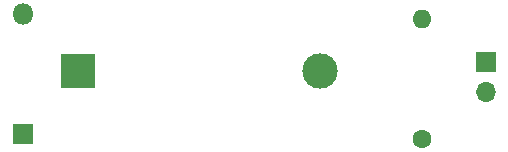
<source format=gbr>
G04 #@! TF.GenerationSoftware,KiCad,Pcbnew,(5.0.1-3-g963ef8bb5)*
G04 #@! TF.CreationDate,2020-10-05T18:58:13+01:00*
G04 #@! TF.ProjectId,CMOS_Battery_Holder,434D4F535F426174746572795F486F6C,rev?*
G04 #@! TF.SameCoordinates,Original*
G04 #@! TF.FileFunction,Copper,L2,Bot,Signal*
G04 #@! TF.FilePolarity,Positive*
%FSLAX46Y46*%
G04 Gerber Fmt 4.6, Leading zero omitted, Abs format (unit mm)*
G04 Created by KiCad (PCBNEW (5.0.1-3-g963ef8bb5)) date Monday, 05 October 2020 at 18:58:13*
%MOMM*%
%LPD*%
G01*
G04 APERTURE LIST*
G04 #@! TA.AperFunction,ComponentPad*
%ADD10R,1.800000X1.800000*%
G04 #@! TD*
G04 #@! TA.AperFunction,ComponentPad*
%ADD11O,1.800000X1.800000*%
G04 #@! TD*
G04 #@! TA.AperFunction,ComponentPad*
%ADD12C,1.600000*%
G04 #@! TD*
G04 #@! TA.AperFunction,ComponentPad*
%ADD13O,1.600000X1.600000*%
G04 #@! TD*
G04 #@! TA.AperFunction,ComponentPad*
%ADD14C,3.000000*%
G04 #@! TD*
G04 #@! TA.AperFunction,ComponentPad*
%ADD15R,3.000000X3.000000*%
G04 #@! TD*
G04 #@! TA.AperFunction,ComponentPad*
%ADD16R,1.700000X1.700000*%
G04 #@! TD*
G04 #@! TA.AperFunction,ComponentPad*
%ADD17O,1.700000X1.700000*%
G04 #@! TD*
G04 APERTURE END LIST*
D10*
G04 #@! TO.P,D1,1*
G04 #@! TO.N,/D1toR1*
X133223000Y-97409000D03*
D11*
G04 #@! TO.P,D1,2*
G04 #@! TO.N,/BATtoD1*
X133223000Y-87249000D03*
G04 #@! TD*
D12*
G04 #@! TO.P,R1,1*
G04 #@! TO.N,/Pos*
X167005000Y-97790000D03*
D13*
G04 #@! TO.P,R1,2*
G04 #@! TO.N,/D1toR1*
X167005000Y-87630000D03*
G04 #@! TD*
D14*
G04 #@! TO.P,BT1,2*
G04 #@! TO.N,/Neg*
X158412000Y-92075000D03*
D15*
G04 #@! TO.P,BT1,1*
G04 #@! TO.N,/BATtoD1*
X137922000Y-92075000D03*
G04 #@! TD*
D16*
G04 #@! TO.P,J1,1*
G04 #@! TO.N,/Neg*
X172411564Y-91246185D03*
D17*
G04 #@! TO.P,J1,2*
G04 #@! TO.N,/Pos*
X172411564Y-93786185D03*
G04 #@! TD*
M02*

</source>
